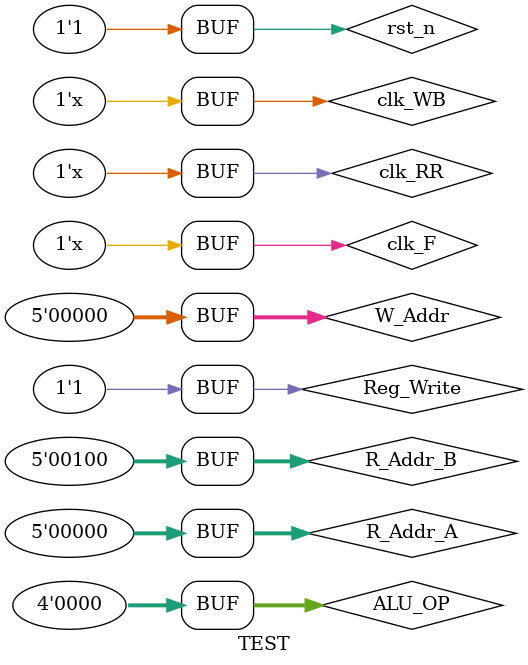
<source format=v>
`timescale 1ns / 1ps

module TEST;
	// Inputs
    reg rst_n,clk_RR,clk_F,clk_WB,Reg_Write;
    reg [4:0]R_Addr_A,R_Addr_B,W_Addr;
    reg [3:0]ALU_OP;
	// Outputs
	wire [31:0] F;
	wire [3:0] FR; 
	wire [31:0]R_Data_A;
	wire [31:0]R_Data_B;
	REGS_ALU uut (
    .rst_n(rst_n),
    .clk_RR(clk_RR),
    .clk_F(clk_F),
    .clk_WB(clk_WB),
    .R_Addr_A(R_Addr_A),
    .R_Addr_B(R_Addr_B),
    .W_Addr(W_Addr),
    .Reg_Write(Reg_Write),
    .R_Data_A(R_Data_A),
    .R_Data_B(R_Data_B),
    .ALU_OP(ALU_OP),
    .F(F),
    .FR(FR)
	);
    always
    #50 clk_RR=~clk_RR;
	always
	#60 clk_F=~clk_F;
	always
	#70 clk_WB=~clk_WB;
	initial begin
	rst_n=0;
	R_Addr_A=5'b00000;
    R_Addr_B=5'b00001;
	    ALU_OP=4'b0000;
	clk_RR=0;
	    clk_F=0;
	clk_WB=0;
	#60;
	rst_n=1;
    W_Addr=5'b00100;
    Reg_Write=0;
    #60;
    Reg_Write=1;
    R_Addr_B=5'b00100;
    #40;
    W_Addr=5'b00000;
    R_Addr_A=5'b00000;
	end
endmodule


</source>
